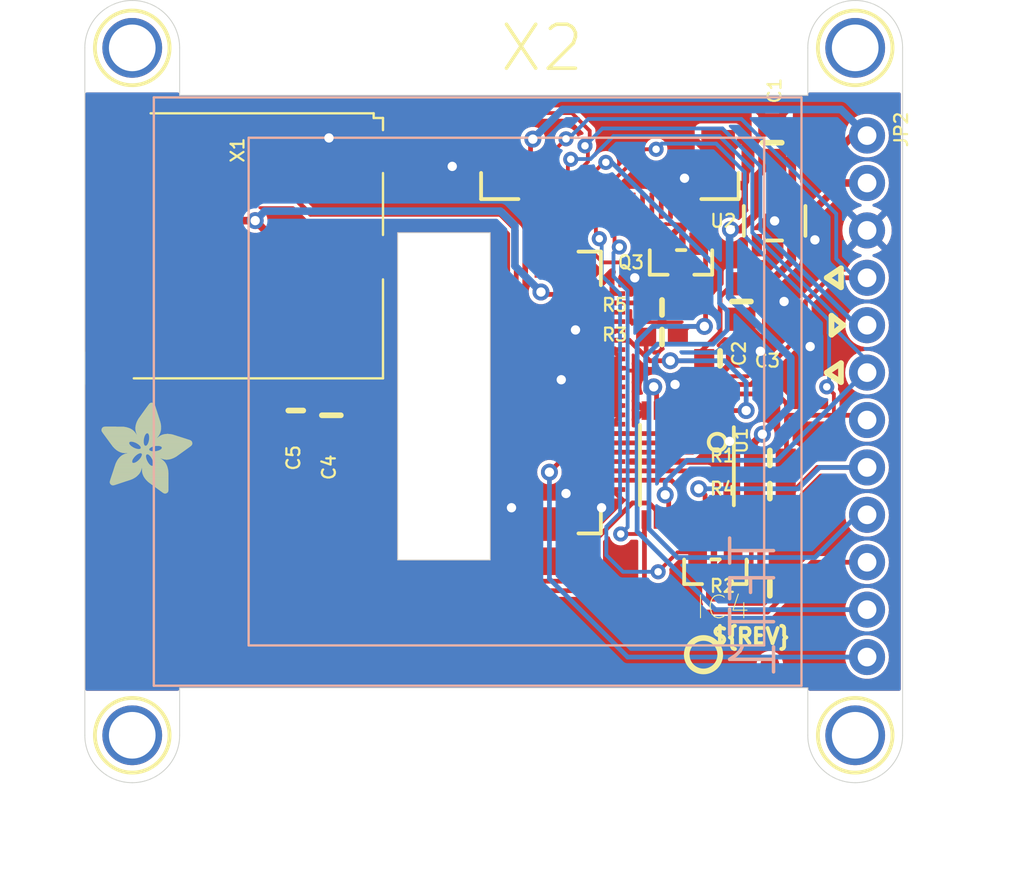
<source format=kicad_pcb>
(kicad_pcb (version 20221018) (generator pcbnew)
  (layers (0 "F.Cu" signal) (1 "In1.Cu" signal) (2 "In2.Cu" signal) (3 "In3.Cu" signal) (4 "In4.Cu" signal) (5 "In5.Cu" signal) (6 "In6.Cu" signal) (7 "In7.Cu" signal) (8 "In8.Cu" signal) (9 "In9.Cu" signal) (10 "In10.Cu" signal) (11 "In11.Cu" signal) (12 "In12.Cu" signal) (13 "In13.Cu" signal) (14 "In14.Cu" signal) (31 "B.Cu" signal) (34 "B.Paste" user) (35 "F.Paste" user) (36 "B.SilkS" user "B.Silkscreen") (37 "F.SilkS" user "F.Silkscreen") (38 "B.Mask" user) (39 "F.Mask" user) (44 "Edge.Cuts" user))
  (net 0 "")
  (net 1 "GND")
  (net 2 "SCK")
  (net 3 "SCK_3V")
  (net 4 "MOSI")
  (net 5 "MOSI_3V")
  (net 6 "MISO")
  (net 7 "+3V3")
  (net 8 "CARDCS")
  (net 9 "CARDCS_3V")
  (net 10 "LEDK")
  (net 11 "LITE")
  (net 12 "TFTDC")
  (net 13 "TFTDC_3V")
  (net 14 "TFTCS_3V")
  (net 15 "TFTCS")
  (net 16 "VIN")
  (net 17 "TFTRST_3V")
  (net 18 "TFTRST")
  (net 19 "N$1")
  (net 20 "TE")
  (footprint "working:0603-NO" (layer "F.Cu") (at 157.5181 100.4951 180)
    (fp_text reference "R5")
    (fp_text value "10")
  )
  (footprint "working:0603-NO" (layer "F.Cu") (at 160.6296 103.2256)
    (fp_text reference "C3")
    (fp_text value "0.1uF")
  )
  (footprint "working:0603-NO" (layer "F.Cu") (at 163.2966 108.5596 180)
    (fp_text reference "R1")
    (fp_text value "10K")
  )
  (footprint "working:PLABEL1" (layer "F.Cu") (at 164.9476 109.5756)
    (fp_text reference "PLABEL1" hide)
    (fp_text value "" hide)
  )
  (footprint "working:PLABEL14" (layer "F.Cu") (at 167.2336 98.0186 90)
    (fp_text reference "PLABEL14" hide)
    (fp_text value "" hide)
  )
  (footprint "working:0805-NO" (layer "F.Cu") (at 139.8016 106.2736 -90)
    (fp_text reference "C4")
    (fp_text value "10uF")
  )
  (footprint "working:SOT23-WIDE" (layer "F.Cu") (at 158.5341 98.0821 180)
    (fp_text reference "Q3")
    (fp_text value "BSS138")
  )
  (footprint "working:PLABEL12" (layer "F.Cu") (at 127.3556 112.4966)
    (fp_text reference "PLABEL12" hide)
    (fp_text value "" hide)
  )
  (footprint "working:0603-NO" (layer "F.Cu") (at 157.5181 102.0826 180)
    (fp_text reference "R3")
    (fp_text value "10K")
  )
  (footprint "working:MICROSD" (layer "F.Cu") (at 134.9756 97.3836 -90)
    (fp_text reference "X1")
    (fp_text value "MICROSD")
  )
  (footprint "working:PLABEL13" (layer "F.Cu") (at 132.9436 110.3376)
    (fp_text reference "PLABEL13" hide)
    (fp_text value "" hide)
  )
  (footprint "working:0603-NO" (layer "F.Cu") (at 163.2966 110.3376 180)
    (fp_text reference "R4")
    (fp_text value "10K")
  )
  (footprint "working:EYE_SPI_DISPLAY_BOTCONTACT" (layer "F.Cu") (at 154.7241 93.8911 180)
    (fp_text reference "X2")
    (fp_text value "EYE_SPI_DISPLAY_FLIP")
  )
  (footprint "working:PLABEL4" (layer "F.Cu") (at 167.3606 107.0356)
    (fp_text reference "PLABEL4" hide)
    (fp_text value "" hide)
  )
  (footprint "working:FIDUCIAL_1MM" (layer "F.Cu") (at 144.7546 90.5256)
    (fp_text reference "U$4" hide)
    (fp_text value "FIDUCIAL_1MM" hide)
  )
  (footprint "working:1X12_ROUND_76MIL" (layer "F.Cu") (at 168.5036 105.2576 -90)
    (fp_text reference "JP2")
    (fp_text value "")
  )
  (footprint "working:PLABEL7" (layer "F.Cu") (at 162.6616 101.9556)
    (fp_text reference "PLABEL7" hide)
    (fp_text value "" hide)
  )
  (footprint "working:PLABEL8" (layer "F.Cu") (at 164.9476 117.0686)
    (fp_text reference "PLABEL8" hide)
    (fp_text value "" hide)
  )
  (footprint "working:PLABEL16" (layer "F.Cu") (at 165.8366 119.8626)
    (fp_text reference "PLABEL16" hide)
    (fp_text value "" hide)
  )
  (footprint "working:0603-NO" (layer "F.Cu") (at 163.2966 115.5446 180)
    (fp_text reference "R2")
    (fp_text value "10K")
  )
  (footprint "working:MOUNTINGHOLE_2.5_PLATED" (layer "F.Cu") (at 129.1336 86.5886)
    (fp_text reference "U$7" hide)
    (fp_text value "MOUNTINGHOLE2.5" hide)
  )
  (footprint "working:TSSOP16" (layer "F.Cu") (at 158.8516 108.9406 180)
    (fp_text reference "U1")
    (fp_text value "74HC4050PWR")
  )
  (footprint "working:PLABEL0" (layer "F.Cu") (at 165.2016 91.6686)
    (fp_text reference "PLABEL0" hide)
    (fp_text value "" hide)
  )
  (footprint "working:0603-NO" (layer "F.Cu") (at 137.8966 106.0196 -90)
    (fp_text reference "C5")
    (fp_text value "0.1uF")
  )
  (footprint "working:SOT23-WIDE" (layer "F.Cu") (at 160.3756 114.6556 180)
    (fp_text reference "IC4")
    (fp_text value "APX803-SAG")
  )
  (footprint "working:PLABEL15" (layer "F.Cu") (at 164.6936 93.8276)
    (fp_text reference "PLABEL15" hide)
    (fp_text value "" hide)
  )
  (footprint "working:0805-NO" (layer "F.Cu") (at 161.7726 100.1776 -90)
    (fp_text reference "C2")
    (fp_text value "10uF")
  )
  (footprint "working:PLABEL9" (layer "F.Cu") (at 127.3556 117.4496)
    (fp_text reference "PLABEL9" hide)
    (fp_text value "" hide)
  )
  (footprint "working:MOUNTINGHOLE_2.5_PLATED" (layer "F.Cu") (at 167.8686 86.5886)
    (fp_text reference "U$9" hide)
    (fp_text value "MOUNTINGHOLE2.5" hide)
  )
  (footprint "working:SOT23-5" (layer "F.Cu") (at 163.5506 95.8596 180)
    (fp_text reference "U2")
    (fp_text value "AP2127K-3.3")
  )
  (footprint "working:PLABEL3" (layer "F.Cu") (at 167.2336 114.0206)
    (fp_text reference "PLABEL3" hide)
    (fp_text value "" hide)
  )
  (footprint "working:PLABEL2" (layer "F.Cu") (at 165.2016 112.1156)
    (fp_text reference "PLABEL2" hide)
    (fp_text value "" hide)
  )
  (footprint "working:PLABEL5" (layer "F.Cu") (at 162.2806 104.3686)
    (fp_text reference "PLABEL5" hide)
    (fp_text value "" hide)
  )
  (footprint "working:ADAFRUIT_5MM" (layer "F.Cu") (at 127.4826 110.4646)
    (fp_text reference "U$1" hide)
    (fp_text value "" hide)
  )
  (footprint "working:PLABEL6" (layer "F.Cu") (at 163.2966 99.4156)
    (fp_text reference "PLABEL6" hide)
    (fp_text value "" hide)
  )
  (footprint "working:PCBFEAT-REV-040" (layer "F.Cu") (at 159.7406 119.1006 180)
    (fp_text reference "U$2" hide)
    (fp_text value "" hide)
  )
  (footprint "working:FIDUCIAL_1MM" (layer "F.Cu") (at 163.2966 119.6086)
    (fp_text reference "U$5" hide)
    (fp_text value "FIDUCIAL_1MM" hide)
  )
  (footprint "working:MOUNTINGHOLE_2.5_PLATED" (layer "F.Cu") (at 167.8686 123.4186)
    (fp_text reference "U$10" hide)
    (fp_text value "MOUNTINGHOLE2.5" hide)
  )
  (footprint "working:PLABEL10" (layer "F.Cu") (at 127.3556 120.1166)
    (fp_text reference "PLABEL10" hide)
    (fp_text value "" hide)
  )
  (footprint "working:PLABEL11" (layer "F.Cu") (at 127.3556 114.6556)
    (fp_text reference "PLABEL11" hide)
    (fp_text value "" hide)
  )
  (footprint "working:0805-NO" (layer "F.Cu") (at 163.4236 91.6686 90)
    (fp_text reference "C1")
    (fp_text value "10uF")
  )
  (footprint "working:MOUNTINGHOLE_2.5_PLATED" (layer "F.Cu") (at 129.1336 123.4186)
    (fp_text reference "U$8" hide)
    (fp_text value "MOUNTINGHOLE2.5" hide)
  )
  (footprint "working:PLABEL23" (layer "B.Cu") (at 167.4876 106.5276 180)
    (fp_text reference "PLABEL23" hide)
    (fp_text value "" hide)
  )
  (footprint "working:PLABEL20" (layer "B.Cu") (at 167.4876 98.9076 180)
    (fp_text reference "PLABEL20" hide)
    (fp_text value "" hide)
  )
  (footprint "working:TFT_1.54IN_240X240_22PIN" (layer "B.Cu") (at 153.6446 105.0036 90)
    (fp_text reference "TFT1")
    (fp_text value "DISP_TFT_1.54IN_240X240_22P")
  )
  (footprint "working:PLABEL28" (layer "B.Cu") (at 128.2446 105.2576 -90)
    (fp_text reference "PLABEL28" hide)
    (fp_text value "" hide)
  )
  (footprint "working:PLABEL19" (layer "B.Cu") (at 167.4876 96.3676 180)
    (fp_text reference "PLABEL19" hide)
    (fp_text value "" hide)
  )
  (footprint "working:PLABEL26" (layer "B.Cu") (at 167.4876 114.1476 180)
    (fp_text reference "PLABEL26" hide)
    (fp_text value "" hide)
  )
  (footprint "working:PLABEL29" (layer "B.Cu") (at 167.4876 119.2276 180)
    (fp_text reference "PLABEL29" hide)
    (fp_text value "" hide)
  )
  (footprint "working:PLABEL27" (layer "B.Cu") (at 167.4876 116.6876 180)
    (fp_text reference "PLABEL27" hide)
    (fp_text value "" hide)
  )
  (footprint "working:PLABEL21" (layer "B.Cu") (at 167.4876 101.4476 180)
    (fp_text reference "PLABEL21" hide)
    (fp_text value "" hide)
  )
  (footprint "working:PLABEL18" (layer "B.Cu") (at 167.4876 93.8276 180)
    (fp_text reference "PLABEL18" hide)
    (fp_text value "" hide)
  )
  (footprint "working:PLABEL17" (layer "B.Cu") (at 167.4876 91.2876 180)
    (fp_text reference "PLABEL17" hide)
    (fp_text value "" hide)
  )
  (footprint "working:PLABEL25" (layer "B.Cu") (at 167.4876 111.6076 180)
    (fp_text reference "PLABEL25" hide)
    (fp_text value "" hide)
  )
  (footprint "working:PLABEL22" (layer "B.Cu") (at 167.4876 103.9876 180)
    (fp_text reference "PLABEL22" hide)
    (fp_text value "" hide)
  )
  (footprint "working:PLABEL24" (layer "B.Cu") (at 167.4876 109.0676 180)
    (fp_text reference "PLABEL24" hide)
    (fp_text value "" hide)
  )
  (gr_line (start 166.3446 103.9876) (end 167.1066 103.4796) (stroke (width 0.3048)) (layer "F.SilkS"))
  (gr_line (start 167.2336 101.4476) (end 166.5986 100.9396) (stroke (width 0.3048)) (layer "F.SilkS"))
  (gr_line (start 166.5986 100.9396) (end 166.5986 101.9556) (stroke (width 0.3048)) (layer "F.SilkS"))
  (gr_line (start 167.1066 103.4796) (end 167.1066 104.4956) (stroke (width 0.3048)) (layer "F.SilkS"))
  (gr_line (start 166.5986 101.9556) (end 167.2336 101.4476) (stroke (width 0.3048)) (layer "F.SilkS"))
  (gr_line (start 167.1066 104.4956) (end 166.3446 103.9876) (stroke (width 0.3048)) (layer "F.SilkS"))
  (gr_line (start 167.1066 99.4156) (end 166.3446 98.9076) (stroke (width 0.3048)) (layer "F.SilkS"))
  (gr_line (start 166.3446 98.9076) (end 167.1066 98.3996) (stroke (width 0.3048)) (layer "F.SilkS"))
  (gr_line (start 167.1066 98.3996) (end 167.1066 99.4156) (stroke (width 0.3048)) (layer "F.SilkS"))
  (gr_line (start 126.5936 86.5886) (end 126.5936 123.4186) (stroke (width 0.05)) (layer "Edge.Cuts"))
  (gr_line (start 131.6736 123.4186) (end 131.6736 120.8786) (stroke (width 0.05)) (layer "Edge.Cuts"))
  (gr_line (start 143.3576 114.0206) (end 148.3106 114.0206) (stroke (width 0.05)) (layer "Edge.Cuts"))
  (gr_line (start 143.3576 96.4946) (end 143.3576 114.0206) (stroke (width 0.05)) (layer "Edge.Cuts"))
  (gr_line (start 131.6736 89.1286) (end 131.6736 86.5886) (stroke (width 0.05)) (layer "Edge.Cuts"))
  (gr_line (start 165.3286 89.1286) (end 131.6736 89.1286) (stroke (width 0.05)) (layer "Edge.Cuts"))
  (gr_arc (start 165.3286 86.5886) (mid 166.072549 84.792549) (end 167.8686 84.0486) (stroke (width 0.05)) (layer "Edge.Cuts"))
  (gr_line (start 131.6736 120.8786) (end 165.3286 120.8786) (stroke (width 0.05)) (layer "Edge.Cuts"))
  (gr_line (start 165.3286 86.5886) (end 165.3286 89.1286) (stroke (width 0.05)) (layer "Edge.Cuts"))
  (gr_arc (start 129.1336 125.9586) (mid 127.337549 125.214651) (end 126.5936 123.4186) (stroke (width 0.05)) (layer "Edge.Cuts"))
  (gr_arc (start 170.4086 123.4186) (mid 169.664651 125.214651) (end 167.8686 125.9586) (stroke (width 0.05)) (layer "Edge.Cuts"))
  (gr_arc (start 167.8686 84.0486) (mid 169.664651 84.792549) (end 170.4086 86.5886) (stroke (width 0.05)) (layer "Edge.Cuts"))
  (gr_arc (start 167.8686 125.9586) (mid 166.072549 125.214651) (end 165.3286 123.4186) (stroke (width 0.05)) (layer "Edge.Cuts"))
  (gr_line (start 165.3286 120.8786) (end 165.3286 123.4186) (stroke (width 0.05)) (layer "Edge.Cuts"))
  (gr_arc (start 131.6736 123.4186) (mid 130.929651 125.214651) (end 129.1336 125.9586) (stroke (width 0.05)) (layer "Edge.Cuts"))
  (gr_line (start 148.3106 114.0206) (end 148.3106 96.4946) (stroke (width 0.05)) (layer "Edge.Cuts"))
  (gr_line (start 148.3106 96.4946) (end 143.3576 96.4946) (stroke (width 0.05)) (layer "Edge.Cuts"))
  (gr_arc (start 129.1336 84.0486) (mid 130.929651 84.792549) (end 131.6736 86.5886) (stroke (width 0.05)) (layer "Edge.Cuts"))
  (gr_line (start 170.4086 123.4186) (end 170.4086 86.5886) (stroke (width 0.05)) (layer "Edge.Cuts"))
  (gr_arc (start 126.5936 86.5886) (mid 127.337549 84.792549) (end 129.1336 84.0486) (stroke (width 0.05)) (layer "Edge.Cuts"))
  (segment (start 154.8426 103.7536) (end 155.6046 103.7536) (width 0.2032) (layer "F.Cu") (net 1))
  (segment (start 157.31505 103.8806) (end 155.7316 103.8806) (width 0.2032) (layer "F.Cu") (net 1))
  (segment (start 152.934596 101.7536) (end 152.8826 101.7016) (width 0.254) (layer "F.Cu") (net 1))
  (segment (start 154.8426 104.7536) (end 152.5056 104.7536) (width 0.2032) (layer "F.Cu") (net 1))
  (segment (start 158.05705 104.6226) (end 157.31505 103.8806) (width 0.2032) (layer "F.Cu") (net 1))
  (segment (start 158.2166 104.6226) (end 158.05705 104.6226) (width 0.2032) (layer "F.Cu") (net 1))
  (segment (start 152.5056 104.7536) (end 152.1206 104.3686) (width 0.2032) (layer "F.Cu") (net 1))
  (segment (start 154.8426 101.7536) (end 152.934596 101.7536) (width 0.254) (layer "F.Cu") (net 1))
  (segment (start 155.7316 103.8806) (end 155.6046 103.7536) (width 0.2032) (layer "F.Cu") (net 1))
  (via (at 139.6746 91.4146) (size 0.9064) (drill 0.5) (layers "F.Cu" "B.Cu") (net 1))
  (via (at 146.2786 92.9386) (size 0.9064) (drill 0.5) (layers "F.Cu" "B.Cu") (net 1))
  (via (at 165.4556 102.5906) (size 0.9064) (drill 0.5) (layers "F.Cu" "B.Cu") (net 1))
  (via (at 156.0576 98.9076) (size 0.9064) (drill 0.5) (layers "F.Cu" "B.Cu") (net 1))
  (via (at 152.3746 110.4646) (size 0.9064) (drill 0.5) (layers "F.Cu" "B.Cu") (net 1))
  (via (at 165.7096 96.8756) (size 0.9064) (drill 0.5) (layers "F.Cu" "B.Cu") (net 1))
  (via (at 152.8826 101.7016) (size 0.9064) (drill 0.5) (layers "F.Cu" "B.Cu") (net 1))
  (via (at 154.2796 111.2266) (size 0.9064) (drill 0.5) (layers "F.Cu" "B.Cu") (net 1))
  (via (at 162.7886 102.8446) (size 0.9064) (drill 0.5) (layers "F.Cu" "B.Cu") (net 1))
  (via (at 158.2166 104.6226) (size 0.9064) (drill 0.5) (layers "F.Cu" "B.Cu") (net 1))
  (via (at 158.7246 93.5736) (size 0.9064) (drill 0.5) (layers "F.Cu" "B.Cu") (net 1))
  (via (at 152.1206 104.3686) (size 0.9064) (drill 0.5) (layers "F.Cu" "B.Cu") (net 1))
  (via (at 164.0586 100.1776) (size 0.9064) (drill 0.5) (layers "F.Cu" "B.Cu") (net 1))
  (via (at 161.1376 107.6706) (size 0.9064) (drill 0.5) (layers "F.Cu" "B.Cu") (net 1))
  (via (at 163.5506 95.8596) (size 0.9064) (drill 0.5) (layers "F.Cu" "B.Cu") (net 1))
  (via (at 149.4536 111.2266) (size 0.9064) (drill 0.5) (layers "F.Cu" "B.Cu") (net 1))
  (segment (start 165.2016 100.1776) (end 166.4716 98.9076) (width 0.254) (layer "F.Cu") (net 2))
  (segment (start 158.5266 106.0228) (end 158.5266 105.4556) (width 0.254) (layer "F.Cu") (net 2))
  (segment (start 151.9741 93.2671) (end 151.9741 95.0451) (width 0.2032) (layer "F.Cu") (net 2))
  (segment (start 152.3746 91.4622) (end 151.8471 91.9897) (width 0.2032) (layer "F.Cu") (net 2))
  (segment (start 159.3596 104.6226) (end 162.280596 104.6226) (width 0.254) (layer "F.Cu") (net 2))
  (segment (start 166.4716 98.9076) (end 168.5036 98.9076) (width 0.254) (layer "F.Cu") (net 2))
  (segment (start 151.8471 91.9897) (end 151.8471 93.1401) (width 0.2032) (layer "F.Cu") (net 2))
  (segment (start 151.9741 93.2671) (end 151.8471 93.1401) (width 0.2032) (layer "F.Cu") (net 2))
  (segment (start 158.5266 105.4556) (end 159.3596 104.6226) (width 0.254) (layer "F.Cu") (net 2))
  (segment (start 165.2016 101.7016) (end 162.280596 104.6226) (width 0.254) (layer "F.Cu") (net 2))
  (segment (start 165.2016 101.7016) (end 165.2016 100.1776) (width 0.254) (layer "F.Cu") (net 2))
  (via (at 152.3746 91.4622) (size 0.8064) (drill 0.4) (layers "F.Cu" "B.Cu") (net 2))
  (segment (start 167.8686 98.9076) (end 166.8526 97.8916) (width 0.2032) (layer "B.Cu") (net 2))
  (segment (start 153.5652 90.3986) (end 161.7726 90.3986) (width 0.2032) (layer "B.Cu") (net 2))
  (segment (start 152.5016 91.4622) (end 152.3746 91.4622) (width 0.2032) (layer "B.Cu") (net 2))
  (segment (start 166.8526 95.4786) (end 166.8526 97.8916) (width 0.2032) (layer "B.Cu") (net 2))
  (segment (start 153.5652 90.3986) (end 152.5016 91.4622) (width 0.2032) (layer "B.Cu") (net 2))
  (segment (start 167.8686 98.9076) (end 168.5036 98.9076) (width 0.2032) (layer "B.Cu") (net 2))
  (segment (start 161.7726 90.3986) (end 166.8526 95.4786) (width 0.2032) (layer "B.Cu") (net 2))
  (segment (start 149.7076 104.8766) (end 152.5846 107.7536) (width 0.254) (layer "F.Cu") (net 3))
  (segment (start 154.8426 107.7536) (end 158.1336 107.7536) (width 0.254) (layer "F.Cu") (net 3))
  (segment (start 149.7076 96.3676) (end 149.7076 104.8766) (width 0.254) (layer "F.Cu") (net 3))
  (segment (start 158.1336 107.7536) (end 159.1766 106.7106) (width 0.254) (layer "F.Cu") (net 3))
  (segment (start 148.8466 95.5066) (end 138.6866 95.5066) (width 0.254) (layer "F.Cu") (net 3))
  (segment (start 138.6866 95.5066) (end 137.9246 94.7446) (width 0.254) (layer "F.Cu") (net 3))
  (segment (start 131.8286 94.7446) (end 137.9246 94.7446) (width 0.254) (layer "F.Cu") (net 3))
  (segment (start 152.5846 107.7536) (end 154.8426 107.7536) (width 0.254) (layer "F.Cu") (net 3))
  (segment (start 148.8466 95.5066) (end 149.7076 96.3676) (width 0.254) (layer "F.Cu") (net 3))
  (segment (start 159.1766 106.7106) (end 159.1766 106.0228) (width 0.254) (layer "F.Cu") (net 3))
  (segment (start 152.6286 92.5576) (end 152.474115 92.712085) (width 0.2032) (layer "F.Cu") (net 4))
  (segment (start 157.8766 110.758725) (end 157.6891 110.571225) (width 0.254) (layer "F.Cu") (net 4))
  (segment (start 152.4741 92.712085) (end 152.4741 95.0451) (width 0.2032) (layer "F.Cu") (net 4))
  (segment (start 157.6891 110.571225) (end 157.6891 110.537) (width 0.254) (layer "F.Cu") (net 4))
  (segment (start 152.474115 92.712085) (end 152.4741 92.712085) (width 0.2032) (layer "F.Cu") (net 4))
  (segment (start 157.8766 111.8584) (end 157.8766 110.758725) (width 0.254) (layer "F.Cu") (net 4))
  (via (at 152.6286 92.5576) (size 0.8064) (drill 0.4) (layers "F.Cu" "B.Cu") (net 4))
  (via (at 157.6891 110.537) (size 0.9064) (drill 0.5) (layers "F.Cu" "B.Cu") (net 4))
  (segment (start 168.5036 103.9876) (end 168.5036 103.3526) (width 0.2032) (layer "B.Cu") (net 4))
  (segment (start 153.683868 92.5448) (end 154.915668 91.313) (width 0.2032) (layer "B.Cu") (net 4))
  (segment (start 157.6891 110.537) (end 157.6891 109.8491) (width 0.254) (layer "B.Cu") (net 4))
  (segment (start 158.8516 108.6866) (end 163.6776 108.6866) (width 0.254) (layer "B.Cu") (net 4))
  (segment (start 157.6891 109.8491) (end 158.8516 108.6866) (width 0.254) (layer "B.Cu") (net 4))
  (segment (start 162.3568 93.081538) (end 162.3568 96.482963) (width 0.2032) (layer "B.Cu") (net 4))
  (segment (start 168.5036 103.3526) (end 166.8526 101.7016) (width 0.2032) (layer "B.Cu") (net 4))
  (segment (start 152.6286 92.5576) (end 152.6414 92.5448) (width 0.2032) (layer "B.Cu") (net 4))
  (segment (start 152.6414 92.5448) (end 153.683868 92.5448) (width 0.2032) (layer "B.Cu") (net 4))
  (segment (start 154.915668 91.313) (end 160.588262 91.313) (width 0.2032) (layer "B.Cu") (net 4))
  (segment (start 160.588262 91.313) (end 162.3568 93.081538) (width 0.2032) (layer "B.Cu") (net 4))
  (segment (start 168.3766 103.9876) (end 168.5036 103.9876) (width 0.254) (layer "B.Cu") (net 4))
  (segment (start 162.3568 96.482963) (end 166.8526 100.978763) (width 0.2032) (layer "B.Cu") (net 4))
  (segment (start 168.3766 103.9876) (end 163.6776 108.6866) (width 0.254) (layer "B.Cu") (net 4))
  (segment (start 166.8526 100.978763) (end 166.8526 101.7016) (width 0.2032) (layer "B.Cu") (net 4))
  (segment (start 154.8426 109.7536) (end 158.0136 109.7536) (width 0.254) (layer "F.Cu") (net 5))
  (segment (start 153.3906 109.8296) (end 153.4456 109.7746) (width 0.254) (layer "F.Cu") (net 5))
  (segment (start 131.8286 96.9446) (end 134.917596 96.9446) (width 0.254) (layer "F.Cu") (net 5))
  (segment (start 134.917596 96.9446) (end 136.3726 98.3996) (width 0.254) (layer "F.Cu") (net 5))
  (segment (start 154.8216 109.7746) (end 154.8426 109.7536) (width 0.254) (layer "F.Cu") (net 5))
  (segment (start 136.3726 98.3996) (end 136.3726 109.0676) (width 0.254) (layer "F.Cu") (net 5))
  (segment (start 136.3726 109.0676) (end 142.4686 115.1636) (width 0.254) (layer "F.Cu") (net 5))
  (segment (start 158.0136 109.7536) (end 158.5266 110.2666) (width 0.254) (layer "F.Cu") (net 5))
  (segment (start 158.5266 110.2666) (end 158.5266 111.8584) (width 0.254) (layer "F.Cu") (net 5))
  (segment (start 153.3906 114.6556) (end 153.3906 109.8296) (width 0.254) (layer "F.Cu") (net 5))
  (segment (start 154.8216 109.7746) (end 153.4456 109.7746) (width 0.254) (layer "F.Cu") (net 5))
  (segment (start 142.4686 115.1636) (end 152.8826 115.1636) (width 0.254) (layer "F.Cu") (net 5))
  (segment (start 152.8826 115.1636) (end 153.3906 114.6556) (width 0.254) (layer "F.Cu") (net 5))
  (segment (start 147.6121 90.0811) (end 143.3576 94.3356) (width 0.2032) (layer "F.Cu") (net 6))
  (segment (start 153.6446 91.0336) (end 153.6446 91.5828) (width 0.2032) (layer "F.Cu") (net 6))
  (segment (start 153.5456 92.6956) (end 152.9741 93.2671) (width 0.2032) (layer "F.Cu") (net 6))
  (segment (start 152.6921 90.0811) (end 147.6121 90.0811) (width 0.2032) (layer "F.Cu") (net 6))
  (segment (start 138.7726 92.5446) (end 140.5636 94.3356) (width 0.254) (layer "F.Cu") (net 6))
  (segment (start 153.6446 91.0336) (end 152.6921 90.0811) (width 0.2032) (layer "F.Cu") (net 6))
  (segment (start 131.8286 92.5446) (end 138.7726 92.5446) (width 0.254) (layer "F.Cu") (net 6))
  (segment (start 153.5456 91.9918) (end 153.5456 92.6956) (width 0.2032) (layer "F.Cu") (net 6))
  (segment (start 152.9741 93.2671) (end 152.9741 95.0451) (width 0.2032) (layer "F.Cu") (net 6))
  (segment (start 153.3906 91.8368) (end 153.6446 91.5828) (width 0.2032) (layer "F.Cu") (net 6))
  (segment (start 153.3906 91.8368) (end 153.5456 91.9918) (width 0.2032) (layer "F.Cu") (net 6))
  (segment (start 143.3576 94.3356) (end 140.5636 94.3356) (width 0.2032) (layer "F.Cu") (net 6))
  (via (at 153.3906 91.8368) (size 0.8064) (drill 0.4) (layers "F.Cu" "B.Cu") (net 6))
  (segment (start 160.7566 90.9066) (end 154.3208 90.9066) (width 0.2032) (layer "B.Cu") (net 6))
  (segment (start 168.5036 101.4476) (end 167.9321 101.4476) (width 0.254) (layer "B.Cu") (net 6))
  (segment (start 162.7886 96.3041) (end 162.7886 92.9386) (width 0.2032) (layer "B.Cu") (net 6))
  (segment (start 153.3906 91.8368) (end 154.3208 90.9066) (width 0.2032) (layer "B.Cu") (net 6))
  (segment (start 162.7886 92.9386) (end 160.7566 90.9066) (width 0.2032) (layer "B.Cu") (net 6))
  (segment (start 167.9321 101.4476) (end 162.7886 96.3041) (width 0.254) (layer "B.Cu") (net 6))
  (segment (start 161.3256 99.2276) (end 160.6296 99.9236) (width 0.254) (layer "F.Cu") (net 7))
  (segment (start 135.7226 95.8446) (end 137.8966 98.0186) (width 0.4064) (layer "F.Cu") (net 7))
  (segment (start 152.3746 102.7176) (end 151.8666 102.2096) (width 0.4064) (layer "F.Cu") (net 7))
  (segment (start 161.7726 99.2276) (end 161.3256 99.2276) (width 0.254) (layer "F.Cu") (net 7))
  (segment (start 137.8966 98.0186) (end 137.8966 105.1696) (width 0.4064) (layer "F.Cu") (net 7))
  (segment (start 154.8426 102.2536) (end 155.7596 102.2536) (width 0.254) (layer "F.Cu") (net 7))
  (segment (start 151.0326 99.6696) (end 151.1596 99.7966) (width 0.254) (layer "F.Cu") (net 7))
  (segment (start 156.8586 103.3526) (end 157.9626 103.3526) (width 0.254) (layer "F.Cu") (net 7))
  (segment (start 138.0506 105.3236) (end 137.8966 105.1696) (width 0.254) (layer "F.Cu") (net 7))
  (segment (start 153.6156 99.7966) (end 151.1596 99.7966) (width 0.254) (layer "F.Cu") (net 7))
  (segment (start 162.0234 106.0228) (end 161.1266 106.0228) (width 0.254) (layer "F.Cu") (net 7))
  (segment (start 153.3906 102.7176) (end 152.3746 102.7176) (width 0.4064) (layer "F.Cu") (net 7))
  (segment (start 153.3906 100.0506) (end 153.3906 100.7536) (width 0.4064) (layer "F.Cu") (net 7))
  (segment (start 139.8016 105.3236) (end 138.0506 105.3236) (width 0.4064) (layer "F.Cu") (net 7))
  (segment (start 151.8666 102.2096) (end 151.8666 101.1936) (width 0.4064) (layer "F.Cu") (net 7))
  (segment (start 168.5036 93.8276) (end 167.1066 93.8276) (width 0.4064) (layer "F.Cu") (net 7))
  (segment (start 153.8266 102.2816) (end 153.3906 102.7176) (width 0.254) (layer "F.Cu") (net 7))
  (segment (start 153.8266 102.2536) (end 153.8266 102.2816) (width 0.254) (layer "F.Cu") (net 7))
  (segment (start 160.6296 101.8286) (end 159.5061 102.9521) (width 0.254) (layer "F.Cu") (net 7))
  (segment (start 164.5006 96.4336) (end 164.5006 97.1597) (width 0.4064) (layer "F.Cu") (net 7))
  (segment (start 159.6526 103.3526) (end 157.9626 103.3526) (width 0.254) (layer "F.Cu") (net 7))
  (segment (start 153.3906 100.7536) (end 154.8426 100.7536) (width 0.254) (layer "F.Cu") (net 7))
  (segment (start 152.3066 100.7536) (end 153.3906 100.7536) (width 0.4064) (layer "F.Cu") (net 7))
  (segment (start 161.7726 99.2276) (end 163.2306 99.2276) (width 0.4064) (layer "F.Cu") (net 7))
  (segment (start 163.2306 99.2276) (end 164.5006 97.9576) (width 0.4064) (layer "F.Cu") (net 7))
  (segment (start 154.8426 98.5696) (end 153.6156 99.7966) (width 0.254) (layer "F.Cu") (net 7))
  (segment (start 162.0266 106.0196) (end 162.0234 106.0228) (width 0.254) (layer "F.Cu") (net 7))
  (segment (start 156.6681 103.1621) (end 155.7596 102.2536) (width 0.254) (layer "F.Cu") (net 7))
  (segment (start 160.6296 99.9236) (end 160.6296 101.8286) (width 0.254) (layer "F.Cu") (net 7))
  (segment (start 159.6526 103.3526) (end 159.7796 103.2256) (width 0.254) (layer "F.Cu") (net 7))
  (segment (start 154.8426 99.7536) (end 154.8426 98.5986) (width 0.254) (layer "F.Cu") (net 7))
  (segment (start 156.8586 103.3526) (end 156.6681 103.1621) (width 0.254) (layer "F.Cu") (net 7))
  (segment (start 156.6681 102.0826) (end 156.6681 103.1621) (width 0.254) (layer "F.Cu") (net 7))
  (segment (start 164.5006 97.9576) (end 164.5006 97.1597) (width 0.4064) (layer "F.Cu") (net 7))
  (segment (start 154.8426 99.7536) (end 154.8426 98.5696) (width 0.254) (layer "F.Cu") (net 7))
  (segment (start 167.1066 93.8276) (end 164.5006 96.4336) (width 0.4064) (layer "F.Cu") (net 7))
  (segment (start 154.8426 101.2536) (end 154.8426 100.7536) (width 0.254) (layer "F.Cu") (net 7))
  (segment (start 151.8666 101.1936) (end 152.3066 100.7536) (width 0.4064) (layer "F.Cu") (net 7))
  (segment (start 154.8426 102.2536) (end 153.8266 102.2536) (width 0.254) (layer "F.Cu") (net 7))
  (segment (start 154.8426 98.5986) (end 153.3906 100.0506) (width 0.4064) (layer "F.Cu") (net 7))
  (segment (start 131.4286 95.8446) (end 135.7226 95.8446) (width 0.4064) (layer "F.Cu") (net 7))
  (segment (start 159.7796 103.2256) (end 159.5061 102.9521) (width 0.254) (layer "F.Cu") (net 7))
  (via (at 151.0326 99.6696) (size 0.9064) (drill 0.5) (layers "F.Cu" "B.Cu") (net 7))
  (via (at 135.7226 95.8446) (size 0.9064) (drill 0.5) (layers "F.Cu" "B.Cu") (net 7))
  (via (at 162.0266 106.0196) (size 0.9064) (drill 0.5) (layers "F.Cu" "B.Cu") (net 7))
  (via (at 157.9626 103.3526) (size 0.9064) (drill 0.5) (layers "F.Cu" "B.Cu") (net 7))
  (segment (start 149.6356 96.1136) (end 148.8586 95.3366) (width 0.4064) (layer "B.Cu") (net 7))
  (segment (start 149.6356 98.2726) (end 151.0326 99.6696) (width 0.4064) (layer "B.Cu") (net 7))
  (segment (start 160.8836 103.3526) (end 157.9626 103.3526) (width 0.254) (layer "B.Cu") (net 7))
  (segment (start 148.8586 95.3366) (end 136.2306 95.3366) (width 0.4064) (layer "B.Cu") (net 7))
  (segment (start 162.0266 104.4956) (end 160.8836 103.3526) (width 0.254) (layer "B.Cu") (net 7))
  (segment (start 135.7226 95.8446) (end 136.2306 95.3366) (width 0.4064) (layer "B.Cu") (net 7))
  (segment (start 162.0266 104.4956) (end 162.0266 106.0196) (width 0.254) (layer "B.Cu") (net 7))
  (segment (start 149.6356 96.1136) (end 149.6356 98.2726) (width 0.4064) (layer "B.Cu") (net 7))
  (segment (start 156.5766 112.7506) (end 156.5766 115.6826) (width 0.254) (layer "F.Cu") (net 8))
  (segment (start 163.1696 116.8146) (end 164.1466 115.8376) (width 0.254) (layer "F.Cu") (net 8))
  (segment (start 164.1466 115.5446) (end 165.5436 114.1476) (width 0.254) (layer "F.Cu") (net 8))
  (segment (start 157.7086 116.8146) (end 163.1696 116.8146) (width 0.254) (layer "F.Cu") (net 8))
  (segment (start 155.306193 112.634194) (end 156.460193 112.634194) (width 0.2032) (layer "F.Cu") (net 8))
  (segment (start 155.2321 97.2566) (end 154.9741 97.2566) (width 0.2032) (layer "F.Cu") (net 8))
  (segment (start 156.5766 111.8584) (end 156.5766 112.7506) (width 0.254) (layer "F.Cu") (net 8))
  (segment (start 165.5436 114.1476) (end 168.5036 114.1476) (width 0.254) (layer "F.Cu") (net 8))
  (segment (start 156.5766 115.6826) (end 157.7086 116.8146) (width 0.254) (layer "F.Cu") (net 8))
  (segment (start 164.1466 115.8376) (end 164.1466 115.5446) (width 0.254) (layer "F.Cu") (net 8))
  (segment (start 154.9741 95.0451) (end 154.9741 97.2566) (width 0.2032) (layer "F.Cu") (net 8))
  (segment (start 156.460193 112.634194) (end 156.5766 112.7506) (width 0.2032) (layer "F.Cu") (net 8))
  (via (at 155.2321 97.2566) (size 0.8064) (drill 0.4) (layers "F.Cu" "B.Cu") (net 8))
  (via (at 155.306193 112.634194) (size 0.8064) (drill 0.4) (layers "F.Cu" "B.Cu") (net 8))
  (segment (start 155.6766 99.598575) (end 155.6766 112.263788) (width 0.2032) (layer "B.Cu") (net 8))
  (segment (start 155.6766 112.263788) (end 155.306193 112.634194) (width 0.2032) (layer "B.Cu") (net 8))
  (segment (start 154.9186 98.840575) (end 155.6766 99.598575) (width 0.2032) (layer "B.Cu") (net 8))
  (segment (start 155.2321 97.2566) (end 154.9186 97.5701) (width 0.2032) (layer "B.Cu") (net 8))
  (segment (start 154.9186 97.5701) (end 154.9186 98.840575) (width 0.2032) (layer "B.Cu") (net 8))
  (segment (start 135.2296 109.3216) (end 135.2296 99.9236) (width 0.254) (layer "F.Cu") (net 9))
  (segment (start 153.1366 115.6716) (end 141.5796 115.6716) (width 0.254) (layer "F.Cu") (net 9))
  (segment (start 157.2266 111.3796) (end 156.8196 110.9726) (width 0.254) (layer "F.Cu") (net 9))
  (segment (start 133.3506 98.0446) (end 132.2286 98.0446) (width 0.254) (layer "F.Cu") (net 9))
  (segment (start 141.5796 115.6716) (end 135.2296 109.3216) (width 0.254) (layer "F.Cu") (net 9))
  (segment (start 154.0256 114.7826) (end 153.1366 115.6716) (width 0.254) (layer "F.Cu") (net 9))
  (segment (start 155.9306 110.9726) (end 154.0256 112.8776) (width 0.254) (layer "F.Cu") (net 9))
  (segment (start 135.2296 99.9236) (end 133.3506 98.0446) (width 0.254) (layer "F.Cu") (net 9))
  (segment (start 156.8196 110.9726) (end 155.9306 110.9726) (width 0.254) (layer "F.Cu") (net 9))
  (segment (start 157.2266 111.8584) (end 157.2266 111.3796) (width 0.254) (layer "F.Cu") (net 9))
  (segment (start 154.0256 112.8776) (end 154.0256 114.7826) (width 0.254) (layer "F.Cu") (net 9))
  (segment (start 156.4266 100.2536) (end 156.6681 100.4951) (width 0.254) (layer "F.Cu") (net 10))
  (segment (start 156.4266 100.2536) (end 154.8426 100.2536) (width 0.254) (layer "F.Cu") (net 10))
  (segment (start 159.8516 97.3226) (end 159.8516 101.4476) (width 0.254) (layer "F.Cu") (net 11))
  (segment (start 159.8516 97.3226) (end 159.3186 96.7896) (width 0.254) (layer "F.Cu") (net 11))
  (segment (start 159.2551 96.8531) (end 159.4841 97.0821) (width 0.254) (layer "F.Cu") (net 11))
  (segment (start 151.2316 96.4946) (end 152.7556 96.4946) (width 0.2032) (layer "F.Cu") (net 11))
  (segment (start 158.9396 101.5111) (end 158.3681 102.0826) (width 0.254) (layer "F.Cu") (net 11))
  (segment (start 159.7881 101.5111) (end 159.8516 101.4476) (width 0.254) (layer "F.Cu") (net 11))
  (segment (start 159.4841 97.0821) (end 159.4841 97.1956) (width 0.2032) (layer "F.Cu") (net 11))
  (segment (start 150.9741 96.2371) (end 151.2316 96.4946) (width 0.2032) (layer "F.Cu") (net 11))
  (segment (start 159.2551 96.8531) (end 159.3186 96.7896) (width 0.2032) (layer "F.Cu") (net 11))
  (segment (start 159.4841 97.1956) (end 158.5976 98.0821) (width 0.2032) (layer "F.Cu") (net 11))
  (segment (start 150.9741 95.0451) (end 150.9741 96.2371) (width 0.2032) (layer "F.Cu") (net 11))
  (segment (start 152.7556 96.4946) (end 154.3431 98.0821) (width 0.2032) (layer "F.Cu") (net 11))
  (segment (start 154.3431 98.0821) (end 158.5976 98.0821) (width 0.2032) (layer "F.Cu") (net 11))
  (segment (start 159.7881 101.5111) (end 158.9396 101.5111) (width 0.254) (layer "F.Cu") (net 11))
  (via (at 159.7881 101.5111) (size 0.9064) (drill 0.5) (layers "F.Cu" "B.Cu") (net 11))
  (segment (start 156.1846 112.4966) (end 160.3756 116.6876) (width 0.254) (layer "B.Cu") (net 11))
  (segment (start 156.1846 102.3366) (end 157.0101 101.5111) (width 0.254) (layer "B.Cu") (net 11))
  (segment (start 156.1846 102.3366) (end 156.1846 112.4966) (width 0.254) (layer "B.Cu") (net 11))
  (segment (start 160.3756 116.6876) (end 168.5036 116.6876) (width 0.254) (layer "B.Cu") (net 11))
  (segment (start 157.0101 101.5111) (end 159.7881 101.5111) (width 0.254) (layer "B.Cu") (net 11))
  (segment (start 157.2266 106.0228) (end 157.2266 104.9026) (width 0.254) (layer "F.Cu") (net 12))
  (segment (start 153.4741 93.65405) (end 154.405812 92.722338) (width 0.2032) (layer "F.Cu") (net 12))
  (segment (start 154.5076 92.722338) (end 154.405812 92.722338) (width 0.2032) (layer "F.Cu") (net 12))
  (segment (start 153.4741 95.0451) (end 153.4741 93.65405) (width 0.2032) (layer "F.Cu") (net 12))
  (segment (start 157.2266 104.9026) (end 157.0736 104.7496) (width 0.254) (layer "F.Cu") (net 12))
  (via (at 157.0736 104.7496) (size 0.9064) (drill 0.5) (layers "F.Cu" "B.Cu") (net 12))
  (via (at 154.5076 92.722338) (size 0.8064) (drill 0.4) (layers "F.Cu" "B.Cu") (net 12))
  (segment (start 165.7096 113.8936) (end 167.9956 111.6076) (width 0.254) (layer "B.Cu") (net 12))
  (segment (start 161.0106 101.7016) (end 161.0106 100.677944) (width 0.254) (layer "B.Cu") (net 12))
  (segment (start 156.8196 105.1306) (end 156.8196 112.3696) (width 0.254) (layer "B.Cu") (net 12))
  (segment (start 165.7096 113.8936) (end 158.3436 113.8936) (width 0.254) (layer "B.Cu") (net 12))
  (segment (start 156.6418 104.9528) (end 156.6418 103.0986) (width 0.254) (layer "B.Cu") (net 12))
  (segment (start 160.2486 102.4636) (end 161.0106 101.7016) (width 0.254) (layer "B.Cu") (net 12))
  (segment (start 160.6042 98.5012) (end 154.825337 92.722338) (width 0.254) (layer "B.Cu") (net 12))
  (segment (start 157.0736 104.8766) (end 156.8196 105.1306) (width 0.254) (layer "B.Cu") (net 12))
  (segment (start 160.6042 100.271544) (end 160.6042 98.5012) (width 0.254) (layer "B.Cu") (net 12))
  (segment (start 157.0736 104.7496) (end 157.0736 104.8766) (width 0.254) (layer "B.Cu") (net 12))
  (segment (start 156.6418 103.0986) (end 157.2768 102.4636) (width 0.254) (layer "B.Cu") (net 12))
  (segment (start 167.9956 111.6076) (end 168.5036 111.6076) (width 0.254) (layer "B.Cu") (net 12))
  (segment (start 154.825337 92.722338) (end 154.5076 92.722338) (width 0.254) (layer "B.Cu") (net 12))
  (segment (start 156.8196 112.3696) (end 158.3436 113.8936) (width 0.254) (layer "B.Cu") (net 12))
  (segment (start 156.8196 105.1306) (end 156.6418 104.9528) (width 0.254) (layer "B.Cu") (net 12))
  (segment (start 161.0106 100.677944) (end 160.6042 100.271544) (width 0.254) (layer "B.Cu") (net 12))
  (segment (start 157.2768 102.4636) (end 160.2486 102.4636) (width 0.254) (layer "B.Cu") (net 12))
  (segment (start 157.4906 107.2536) (end 157.8766 106.8676) (width 0.254) (layer "F.Cu") (net 13))
  (segment (start 154.8426 107.2536) (end 157.4906 107.2536) (width 0.254) (layer "F.Cu") (net 13))
  (segment (start 157.8766 106.8676) (end 157.8766 106.0228) (width 0.254) (layer "F.Cu") (net 13))
  (segment (start 160.4766 106.9346) (end 160.4766 106.0228) (width 0.254) (layer "F.Cu") (net 14))
  (segment (start 154.8426 108.2536) (end 159.1576 108.2536) (width 0.254) (layer "F.Cu") (net 14))
  (segment (start 159.1576 108.2536) (end 160.4766 106.9346) (width 0.254) (layer "F.Cu") (net 14))
  (segment (start 164.1856 106.2736) (end 164.1856 108.5596) (width 0.254) (layer "F.Cu") (net 15))
  (segment (start 159.8266 106.0228) (end 159.8266 105.4256) (width 0.254) (layer "F.Cu") (net 15))
  (segment (start 163.6776 105.1306) (end 164.1856 105.6386) (width 0.254) (layer "F.Cu") (net 15))
  (segment (start 168.2496 106.2736) (end 168.5036 106.5276) (width 0.254) (layer "F.Cu") (net 15))
  (segment (start 159.8266 105.4256) (end 160.1216 105.1306) (width 0.254) (layer "F.Cu") (net 15))
  (segment (start 166.3446 104.7496) (end 166.7256 105.1306) (width 0.2032) (layer "F.Cu") (net 15))
  (segment (start 164.1466 108.5596) (end 164.1856 108.5596) (width 0.254) (layer "F.Cu") (net 15))
  (segment (start 154.4741 94.1411) (end 156.5942 92.021) (width 0.2032) (layer "F.Cu") (net 15))
  (segment (start 160.1216 105.1306) (end 163.6776 105.1306) (width 0.254) (layer "F.Cu") (net 15))
  (segment (start 164.1856 106.2736) (end 166.7256 106.2736) (width 0.254) (layer "F.Cu") (net 15))
  (segment (start 166.7256 106.2736) (end 168.2496 106.2736) (width 0.254) (layer "F.Cu") (net 15))
  (segment (start 166.7256 105.1306) (end 166.7256 106.2736) (width 0.2032) (layer "F.Cu") (net 15))
  (segment (start 164.1856 105.6386) (end 164.1856 106.2736) (width 0.254) (layer "F.Cu") (net 15))
  (segment (start 154.4741 95.0451) (end 154.4741 94.1411) (width 0.2032) (layer "F.Cu") (net 15))
  (segment (start 156.5942 92.021) (end 157.2006 92.021) (width 0.2032) (layer "F.Cu") (net 15))
  (via (at 166.3446 104.7496) (size 0.8064) (drill 0.4) (layers "F.Cu" "B.Cu") (net 15))
  (via (at 157.2006 92.021) (size 0.8064) (drill 0.4) (layers "F.Cu" "B.Cu") (net 15))
  (segment (start 157.5022 91.7194) (end 160.419925 91.7194) (width 0.2032) (layer "B.Cu") (net 15))
  (segment (start 157.2006 92.021) (end 157.5022 91.7194) (width 0.2032) (layer "B.Cu") (net 15))
  (segment (start 166.4462 101.1682) (end 166.4462 101.869938) (width 0.2032) (layer "B.Cu") (net 15))
  (segment (start 160.419925 91.7194) (end 161.9504 93.249875) (width 0.2032) (layer "B.Cu") (net 15))
  (segment (start 161.9504 96.6724) (end 166.4462 101.1682) (width 0.2032) (layer "B.Cu") (net 15))
  (segment (start 166.4716 101.895338) (end 166.4716 104.6226) (width 0.2032) (layer "B.Cu") (net 15))
  (segment (start 166.4462 101.869938) (end 166.4716 101.895338) (width 0.2032) (layer "B.Cu") (net 15))
  (segment (start 166.4716 104.6226) (end 166.3446 104.7496) (width 0.2032) (layer "B.Cu") (net 15))
  (segment (start 161.9504 93.249875) (end 161.9504 96.6724) (width 0.2032) (layer "B.Cu") (net 15))
  (segment (start 161.187012 96.3255) (end 161.7236 96.3255) (width 0.4064) (layer "F.Cu") (net 16))
  (segment (start 162.8276 110.7186) (end 162.8276 115.1636) (width 0.4064) (layer "F.Cu") (net 16))
  (segment (start 162.8276 110.7186) (end 162.4466 110.3376) (width 0.4064) (layer "F.Cu") (net 16))
  (segment (start 166.4106 92.6186) (end 164.5666 92.6186) (width 0.4064) (layer "F.Cu") (net 16))
  (segment (start 150.4741 95.0451) (end 150.4741 91.6006) (width 0.254) (layer "F.Cu") (net 16))
  (segment (start 164.5006 92.6846) (end 164.5666 92.6186) (width 0.4064) (layer "F.Cu") (net 16))
  (segment (start 162.4466 115.5446) (end 162.4466 115.6556) (width 0.4064) (layer "F.Cu") (net 16))
  (segment (start 168.5036 91.2876) (end 167.7416 91.2876) (width 0.4064) (layer "F.Cu") (net 16))
  (segment (start 167.7416 91.2876) (end 166.4106 92.6186) (width 0.4064) (layer "F.Cu") (net 16))
  (segment (start 162.4466 108.5596) (end 162.4466 107.7372) (width 0.4064) (layer "F.Cu") (net 16))
  (segment (start 162.6006 95.4485) (end 162.6006 94.5595) (width 0.4064) (layer "F.Cu") (net 16))
  (segment (start 162.4466 115.5446) (end 162.8276 115.1636) (width 0.254) (layer "F.Cu") (net 16))
  (segment (start 164.5666 92.6186) (end 163.4236 92.6186) (width 0.4064) (layer "F.Cu") (net 16))
  (segment (start 164.5006 94.5595) (end 164.5006 92.6846) (width 0.4064) (layer "F.Cu") (net 16))
  (segment (start 162.6006 94.5595) (end 162.6006 93.4416) (width 0.4064) (layer "F.Cu") (net 16))
  (segment (start 162.6006 95.4485) (end 161.7236 96.3255) (width 0.4064) (layer "F.Cu") (net 16))
  (segment (start 162.8942 107.2896) (end 162.4466 107.7372) (width 0.4064) (layer "F.Cu") (net 16))
  (segment (start 160.3756 115.6556) (end 162.4466 115.6556) (width 0.4064) (layer "F.Cu") (net 16))
  (segment (start 150.5966 91.4781) (end 150.4741 91.6006) (width 0.4064) (layer "F.Cu") (net 16))
  (segment (start 162.4466 110.3376) (end 162.4466 108.5596) (width 0.4064) (layer "F.Cu") (net 16))
  (segment (start 162.6006 93.4416) (end 163.4236 92.6186) (width 0.4064) (layer "F.Cu") (net 16))
  (via (at 161.187012 96.3255) (size 0.9064) (drill 0.5) (layers "F.Cu" "B.Cu") (net 16))
  (via (at 150.5966 91.4781) (size 0.9064) (drill 0.5) (layers "F.Cu" "B.Cu") (net 16))
  (via (at 162.8942 107.2896) (size 0.9064) (drill 0.5) (layers "F.Cu" "B.Cu") (net 16))
  (segment (start 164.4182 103.2042) (end 164.4182 105.7656) (width 0.4064) (layer "B.Cu") (net 16))
  (segment (start 161.1376 96.374913) (end 161.1376 99.9236) (width 0.4064) (layer "B.Cu") (net 16))
  (segment (start 167.1066 89.8906) (end 152.1841 89.8906) (width 0.4064) (layer "B.Cu") (net 16))
  (segment (start 164.4182 103.2042) (end 161.1376 99.9236) (width 0.4064) (layer "B.Cu") (net 16))
  (segment (start 150.5966 91.4781) (end 152.1841 89.8906) (width 0.4064) (layer "B.Cu") (net 16))
  (segment (start 162.8942 107.2896) (end 164.4182 105.7656) (width 0.4064) (layer "B.Cu") (net 16))
  (segment (start 161.187012 96.3255) (end 161.1376 96.374913) (width 0.4064) (layer "B.Cu") (net 16))
  (segment (start 167.1066 89.8906) (end 168.5036 91.2876) (width 0.4064) (layer "B.Cu") (net 16))
  (segment (start 160.4766 109.8036) (end 160.4766 111.8584) (width 0.254) (layer "F.Cu") (net 17))
  (segment (start 154.8426 109.2536) (end 159.9266 109.2536) (width 0.254) (layer "F.Cu") (net 17))
  (segment (start 159.9266 109.2536) (end 160.4766 109.8036) (width 0.254) (layer "F.Cu") (net 17))
  (segment (start 165.8366 109.0676) (end 168.5036 109.0676) (width 0.254) (layer "F.Cu") (net 18))
  (segment (start 159.4641 113.6171) (end 159.4256 113.6556) (width 0.254) (layer "F.Cu") (net 18))
  (segment (start 158.352087 113.6171) (end 159.4641 113.6171) (width 0.2032) (layer "F.Cu") (net 18))
  (segment (start 159.8266 111.8584) (end 159.8266 113.2546) (width 0.254) (layer "F.Cu") (net 18))
  (segment (start 153.9741 96.6272) (end 154.159 96.8121) (width 0.2032) (layer "F.Cu") (net 18))
  (segment (start 153.9741 95.0451) (end 153.9741 96.6272) (width 0.2032) (layer "F.Cu") (net 18))
  (segment (start 159.8266 110.5506) (end 159.4866 110.2106) (width 0.254) (layer "F.Cu") (net 18))
  (segment (start 159.8266 113.2546) (end 159.4641 113.6171) (width 0.254) (layer "F.Cu") (net 18))
  (segment (start 159.8266 111.8584) (end 159.8266 110.5506) (width 0.254) (layer "F.Cu") (net 18))
  (segment (start 157.31 114.659188) (end 158.352087 113.6171) (width 0.2032) (layer "F.Cu") (net 18))
  (segment (start 164.5666 110.3376) (end 165.8366 109.0676) (width 0.254) (layer "F.Cu") (net 18))
  (segment (start 164.1466 110.3376) (end 164.5666 110.3376) (width 0.254) (layer "F.Cu") (net 18))
  (via (at 157.31 114.659188) (size 0.8064) (drill 0.4) (layers "F.Cu" "B.Cu") (net 18))
  (via (at 159.4866 110.2106) (size 0.9064) (drill 0.5) (layers "F.Cu" "B.Cu") (net 18))
  (via (at 154.159 96.8121) (size 0.8064) (drill 0.4) (layers "F.Cu" "B.Cu") (net 18))
  (segment (start 154.5336 113.7666) (end 155.426187 114.659188) (width 0.2032) (layer "B.Cu") (net 18))
  (segment (start 154.159 96.8121) (end 154.286 96.8121) (width 0.2032) (layer "B.Cu") (net 18))
  (segment (start 154.286 96.8121) (end 154.286 98.787) (width 0.2032) (layer "B.Cu") (net 18))
  (segment (start 155.2702 99.7712) (end 155.2702 111.506) (width 0.2032) (layer "B.Cu") (net 18))
  (segment (start 154.286 98.787) (end 155.2702 99.7712) (width 0.2032) (layer "B.Cu") (net 18))
  (segment (start 159.4866 110.2106) (end 164.8206 110.2106) (width 0.254) (layer "B.Cu") (net 18))
  (segment (start 154.5336 112.2426) (end 154.5336 113.7666) (width 0.2032) (layer "B.Cu") (net 18))
  (segment (start 165.9636 109.0676) (end 168.5036 109.0676) (width 0.254) (layer "B.Cu") (net 18))
  (segment (start 164.8206 110.2106) (end 165.9636 109.0676) (width 0.254) (layer "B.Cu") (net 18))
  (segment (start 155.2702 111.506) (end 154.5336 112.2426) (width 0.2032) (layer "B.Cu") (net 18))
  (segment (start 155.426187 114.659188) (end 157.31 114.659188) (width 0.2032) (layer "B.Cu") (net 18))
  (segment (start 158.3681 99.0821) (end 158.3681 100.4951) (width 0.254) (layer "F.Cu") (net 19))
  (segment (start 158.5341 99.0821) (end 158.3681 99.0821) (width 0.254) (layer "F.Cu") (net 19))
  (segment (start 154.8426 108.7536) (end 152.0536 108.7536) (width 0.254) (layer "F.Cu") (net 20))
  (segment (start 152.0536 108.7536) (end 151.4856 109.3216) (width 0.254) (layer "F.Cu") (net 20))
  (via (at 151.4856 109.3216) (size 0.9064) (drill 0.5) (layers "F.Cu" "B.Cu") (net 20))
  (segment (start 155.6766 119.2276) (end 168.5036 119.2276) (width 0.254) (layer "B.Cu") (net 20))
  (segment (start 151.4856 115.0366) (end 155.6766 119.2276) (width 0.254) (layer "B.Cu") (net 20))
  (segment (start 151.4856 109.3216) (end 151.4856 115.0366) (width 0.254) (layer "B.Cu") (net 20))
  (zone (net 1) (net_name "GND") (layer "F.Cu") (priority 6) (connect_pads (clearance 0.000001)) (min_thickness 0.1524) (fill yes (thermal_gap 0.3548) (thermal_bridge_width 0.3548))
    (polygon (pts (xy 170.307 121.031) (xy 126.4412 121.031) (xy 126.441204 88.9762) (xy 170.307 88.9762)))
  )
  (zone (net 1) (net_name "GND") (layer "B.Cu") (priority 6) (connect_pads (clearance 0.000001)) (min_thickness 0.1524) (fill yes (thermal_gap 0.3548) (thermal_bridge_width 0.3548))
    (polygon (pts (xy 170.307 121.031) (xy 126.4412 121.031) (xy 126.441204 88.9762) (xy 170.307 88.9762)))
  )
)
</source>
